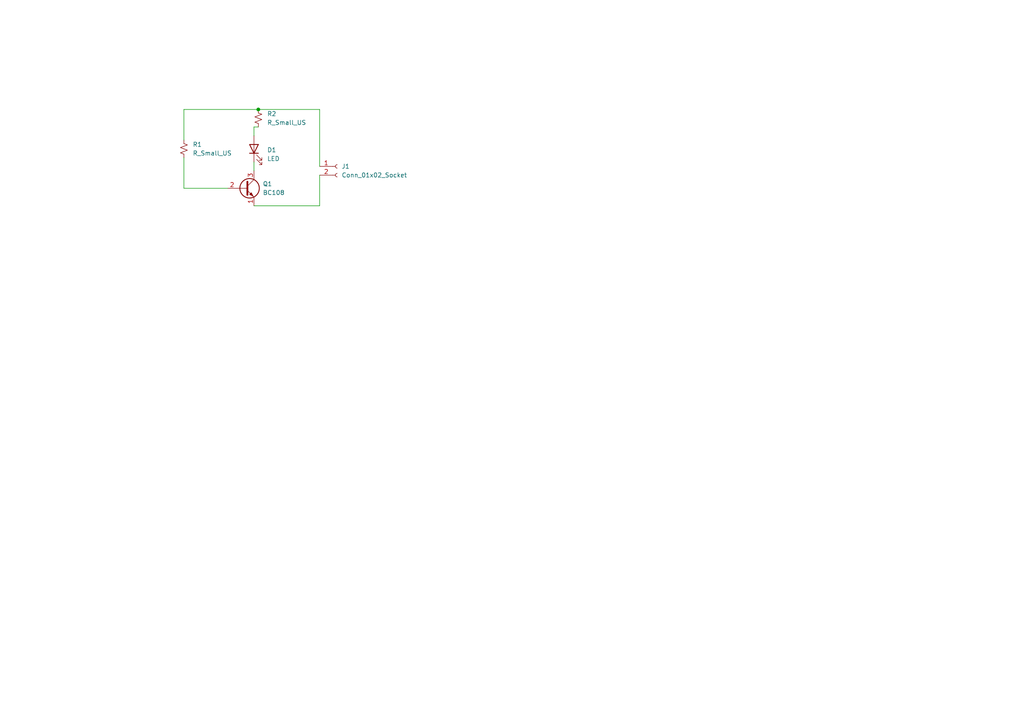
<source format=kicad_sch>
(kicad_sch
	(version 20250114)
	(generator "eeschema")
	(generator_version "9.0")
	(uuid "fbc80dd7-c9a2-4d05-a6b3-3a868802c4a4")
	(paper "A4")
	(lib_symbols
		(symbol "Connector:Conn_01x02_Socket"
			(pin_names
				(offset 1.016)
				(hide yes)
			)
			(exclude_from_sim no)
			(in_bom yes)
			(on_board yes)
			(property "Reference" "J"
				(at 0 2.54 0)
				(effects
					(font
						(size 1.27 1.27)
					)
				)
			)
			(property "Value" "Conn_01x02_Socket"
				(at 0 -5.08 0)
				(effects
					(font
						(size 1.27 1.27)
					)
				)
			)
			(property "Footprint" ""
				(at 0 0 0)
				(effects
					(font
						(size 1.27 1.27)
					)
					(hide yes)
				)
			)
			(property "Datasheet" "~"
				(at 0 0 0)
				(effects
					(font
						(size 1.27 1.27)
					)
					(hide yes)
				)
			)
			(property "Description" "Generic connector, single row, 01x02, script generated"
				(at 0 0 0)
				(effects
					(font
						(size 1.27 1.27)
					)
					(hide yes)
				)
			)
			(property "ki_locked" ""
				(at 0 0 0)
				(effects
					(font
						(size 1.27 1.27)
					)
				)
			)
			(property "ki_keywords" "connector"
				(at 0 0 0)
				(effects
					(font
						(size 1.27 1.27)
					)
					(hide yes)
				)
			)
			(property "ki_fp_filters" "Connector*:*_1x??_*"
				(at 0 0 0)
				(effects
					(font
						(size 1.27 1.27)
					)
					(hide yes)
				)
			)
			(symbol "Conn_01x02_Socket_1_1"
				(polyline
					(pts
						(xy -1.27 0) (xy -0.508 0)
					)
					(stroke
						(width 0.1524)
						(type default)
					)
					(fill
						(type none)
					)
				)
				(polyline
					(pts
						(xy -1.27 -2.54) (xy -0.508 -2.54)
					)
					(stroke
						(width 0.1524)
						(type default)
					)
					(fill
						(type none)
					)
				)
				(arc
					(start 0 -0.508)
					(mid -0.5058 0)
					(end 0 0.508)
					(stroke
						(width 0.1524)
						(type default)
					)
					(fill
						(type none)
					)
				)
				(arc
					(start 0 -3.048)
					(mid -0.5058 -2.54)
					(end 0 -2.032)
					(stroke
						(width 0.1524)
						(type default)
					)
					(fill
						(type none)
					)
				)
				(pin passive line
					(at -5.08 0 0)
					(length 3.81)
					(name "Pin_1"
						(effects
							(font
								(size 1.27 1.27)
							)
						)
					)
					(number "1"
						(effects
							(font
								(size 1.27 1.27)
							)
						)
					)
				)
				(pin passive line
					(at -5.08 -2.54 0)
					(length 3.81)
					(name "Pin_2"
						(effects
							(font
								(size 1.27 1.27)
							)
						)
					)
					(number "2"
						(effects
							(font
								(size 1.27 1.27)
							)
						)
					)
				)
			)
			(embedded_fonts no)
		)
		(symbol "Device:LED"
			(pin_numbers
				(hide yes)
			)
			(pin_names
				(offset 1.016)
				(hide yes)
			)
			(exclude_from_sim no)
			(in_bom yes)
			(on_board yes)
			(property "Reference" "D"
				(at 0 2.54 0)
				(effects
					(font
						(size 1.27 1.27)
					)
				)
			)
			(property "Value" "LED"
				(at 0 -2.54 0)
				(effects
					(font
						(size 1.27 1.27)
					)
				)
			)
			(property "Footprint" ""
				(at 0 0 0)
				(effects
					(font
						(size 1.27 1.27)
					)
					(hide yes)
				)
			)
			(property "Datasheet" "~"
				(at 0 0 0)
				(effects
					(font
						(size 1.27 1.27)
					)
					(hide yes)
				)
			)
			(property "Description" "Light emitting diode"
				(at 0 0 0)
				(effects
					(font
						(size 1.27 1.27)
					)
					(hide yes)
				)
			)
			(property "Sim.Pins" "1=K 2=A"
				(at 0 0 0)
				(effects
					(font
						(size 1.27 1.27)
					)
					(hide yes)
				)
			)
			(property "ki_keywords" "LED diode"
				(at 0 0 0)
				(effects
					(font
						(size 1.27 1.27)
					)
					(hide yes)
				)
			)
			(property "ki_fp_filters" "LED* LED_SMD:* LED_THT:*"
				(at 0 0 0)
				(effects
					(font
						(size 1.27 1.27)
					)
					(hide yes)
				)
			)
			(symbol "LED_0_1"
				(polyline
					(pts
						(xy -3.048 -0.762) (xy -4.572 -2.286) (xy -3.81 -2.286) (xy -4.572 -2.286) (xy -4.572 -1.524)
					)
					(stroke
						(width 0)
						(type default)
					)
					(fill
						(type none)
					)
				)
				(polyline
					(pts
						(xy -1.778 -0.762) (xy -3.302 -2.286) (xy -2.54 -2.286) (xy -3.302 -2.286) (xy -3.302 -1.524)
					)
					(stroke
						(width 0)
						(type default)
					)
					(fill
						(type none)
					)
				)
				(polyline
					(pts
						(xy -1.27 0) (xy 1.27 0)
					)
					(stroke
						(width 0)
						(type default)
					)
					(fill
						(type none)
					)
				)
				(polyline
					(pts
						(xy -1.27 -1.27) (xy -1.27 1.27)
					)
					(stroke
						(width 0.254)
						(type default)
					)
					(fill
						(type none)
					)
				)
				(polyline
					(pts
						(xy 1.27 -1.27) (xy 1.27 1.27) (xy -1.27 0) (xy 1.27 -1.27)
					)
					(stroke
						(width 0.254)
						(type default)
					)
					(fill
						(type none)
					)
				)
			)
			(symbol "LED_1_1"
				(pin passive line
					(at -3.81 0 0)
					(length 2.54)
					(name "K"
						(effects
							(font
								(size 1.27 1.27)
							)
						)
					)
					(number "1"
						(effects
							(font
								(size 1.27 1.27)
							)
						)
					)
				)
				(pin passive line
					(at 3.81 0 180)
					(length 2.54)
					(name "A"
						(effects
							(font
								(size 1.27 1.27)
							)
						)
					)
					(number "2"
						(effects
							(font
								(size 1.27 1.27)
							)
						)
					)
				)
			)
			(embedded_fonts no)
		)
		(symbol "Device:R_Small_US"
			(pin_numbers
				(hide yes)
			)
			(pin_names
				(offset 0.254)
				(hide yes)
			)
			(exclude_from_sim no)
			(in_bom yes)
			(on_board yes)
			(property "Reference" "R"
				(at 0.762 0.508 0)
				(effects
					(font
						(size 1.27 1.27)
					)
					(justify left)
				)
			)
			(property "Value" "R_Small_US"
				(at 0.762 -1.016 0)
				(effects
					(font
						(size 1.27 1.27)
					)
					(justify left)
				)
			)
			(property "Footprint" ""
				(at 0 0 0)
				(effects
					(font
						(size 1.27 1.27)
					)
					(hide yes)
				)
			)
			(property "Datasheet" "~"
				(at 0 0 0)
				(effects
					(font
						(size 1.27 1.27)
					)
					(hide yes)
				)
			)
			(property "Description" "Resistor, small US symbol"
				(at 0 0 0)
				(effects
					(font
						(size 1.27 1.27)
					)
					(hide yes)
				)
			)
			(property "ki_keywords" "r resistor"
				(at 0 0 0)
				(effects
					(font
						(size 1.27 1.27)
					)
					(hide yes)
				)
			)
			(property "ki_fp_filters" "R_*"
				(at 0 0 0)
				(effects
					(font
						(size 1.27 1.27)
					)
					(hide yes)
				)
			)
			(symbol "R_Small_US_1_1"
				(polyline
					(pts
						(xy 0 1.524) (xy 1.016 1.143) (xy 0 0.762) (xy -1.016 0.381) (xy 0 0)
					)
					(stroke
						(width 0)
						(type default)
					)
					(fill
						(type none)
					)
				)
				(polyline
					(pts
						(xy 0 0) (xy 1.016 -0.381) (xy 0 -0.762) (xy -1.016 -1.143) (xy 0 -1.524)
					)
					(stroke
						(width 0)
						(type default)
					)
					(fill
						(type none)
					)
				)
				(pin passive line
					(at 0 2.54 270)
					(length 1.016)
					(name "~"
						(effects
							(font
								(size 1.27 1.27)
							)
						)
					)
					(number "1"
						(effects
							(font
								(size 1.27 1.27)
							)
						)
					)
				)
				(pin passive line
					(at 0 -2.54 90)
					(length 1.016)
					(name "~"
						(effects
							(font
								(size 1.27 1.27)
							)
						)
					)
					(number "2"
						(effects
							(font
								(size 1.27 1.27)
							)
						)
					)
				)
			)
			(embedded_fonts no)
		)
		(symbol "Transistor_BJT:BC108"
			(pin_names
				(offset 0)
				(hide yes)
			)
			(exclude_from_sim no)
			(in_bom yes)
			(on_board yes)
			(property "Reference" "Q"
				(at 5.08 1.905 0)
				(effects
					(font
						(size 1.27 1.27)
					)
					(justify left)
				)
			)
			(property "Value" "BC108"
				(at 5.08 0 0)
				(effects
					(font
						(size 1.27 1.27)
					)
					(justify left)
				)
			)
			(property "Footprint" "Package_TO_SOT_THT:TO-18-3"
				(at 5.08 -1.905 0)
				(effects
					(font
						(size 1.27 1.27)
						(italic yes)
					)
					(justify left)
					(hide yes)
				)
			)
			(property "Datasheet" "http://www.b-kainka.de/Daten/Transistor/BC108.pdf"
				(at 0 0 0)
				(effects
					(font
						(size 1.27 1.27)
					)
					(justify left)
					(hide yes)
				)
			)
			(property "Description" "0.1A Ic, 30V Vce, Low Noise General Purpose NPN Transistor, TO-18"
				(at 0 0 0)
				(effects
					(font
						(size 1.27 1.27)
					)
					(hide yes)
				)
			)
			(property "ki_keywords" "NPN low noise transistor"
				(at 0 0 0)
				(effects
					(font
						(size 1.27 1.27)
					)
					(hide yes)
				)
			)
			(property "ki_fp_filters" "TO?18*"
				(at 0 0 0)
				(effects
					(font
						(size 1.27 1.27)
					)
					(hide yes)
				)
			)
			(symbol "BC108_0_1"
				(polyline
					(pts
						(xy -2.54 0) (xy 0.635 0)
					)
					(stroke
						(width 0)
						(type default)
					)
					(fill
						(type none)
					)
				)
				(polyline
					(pts
						(xy 0.635 1.905) (xy 0.635 -1.905)
					)
					(stroke
						(width 0.508)
						(type default)
					)
					(fill
						(type none)
					)
				)
				(circle
					(center 1.27 0)
					(radius 2.8194)
					(stroke
						(width 0.254)
						(type default)
					)
					(fill
						(type none)
					)
				)
			)
			(symbol "BC108_1_1"
				(polyline
					(pts
						(xy 0.635 0.635) (xy 2.54 2.54)
					)
					(stroke
						(width 0)
						(type default)
					)
					(fill
						(type none)
					)
				)
				(polyline
					(pts
						(xy 0.635 -0.635) (xy 2.54 -2.54)
					)
					(stroke
						(width 0)
						(type default)
					)
					(fill
						(type none)
					)
				)
				(polyline
					(pts
						(xy 1.27 -1.778) (xy 1.778 -1.27) (xy 2.286 -2.286) (xy 1.27 -1.778)
					)
					(stroke
						(width 0)
						(type default)
					)
					(fill
						(type outline)
					)
				)
				(pin input line
					(at -5.08 0 0)
					(length 2.54)
					(name "B"
						(effects
							(font
								(size 1.27 1.27)
							)
						)
					)
					(number "2"
						(effects
							(font
								(size 1.27 1.27)
							)
						)
					)
				)
				(pin passive line
					(at 2.54 5.08 270)
					(length 2.54)
					(name "C"
						(effects
							(font
								(size 1.27 1.27)
							)
						)
					)
					(number "3"
						(effects
							(font
								(size 1.27 1.27)
							)
						)
					)
				)
				(pin passive line
					(at 2.54 -5.08 90)
					(length 2.54)
					(name "E"
						(effects
							(font
								(size 1.27 1.27)
							)
						)
					)
					(number "1"
						(effects
							(font
								(size 1.27 1.27)
							)
						)
					)
				)
			)
			(embedded_fonts no)
		)
	)
	(junction
		(at 74.93 31.75)
		(diameter 0)
		(color 0 0 0 0)
		(uuid "fab7f97f-acfb-489a-bc02-8963ecb8d40e")
	)
	(wire
		(pts
			(xy 73.66 36.83) (xy 73.66 39.37)
		)
		(stroke
			(width 0)
			(type default)
		)
		(uuid "1ba381ce-8bb2-4478-b06c-1affd043a185")
	)
	(wire
		(pts
			(xy 92.71 31.75) (xy 92.71 48.26)
		)
		(stroke
			(width 0)
			(type default)
		)
		(uuid "28af1c0f-285e-4786-89a9-f3a1e405f12a")
	)
	(wire
		(pts
			(xy 74.93 31.75) (xy 92.71 31.75)
		)
		(stroke
			(width 0)
			(type default)
		)
		(uuid "29631360-1ffc-402f-8038-966f5c57487f")
	)
	(wire
		(pts
			(xy 66.04 54.61) (xy 53.34 54.61)
		)
		(stroke
			(width 0)
			(type default)
		)
		(uuid "29d5ee43-e81f-427e-9219-018bcfee5536")
	)
	(wire
		(pts
			(xy 53.34 31.75) (xy 74.93 31.75)
		)
		(stroke
			(width 0)
			(type default)
		)
		(uuid "420d89e6-710f-4809-ae79-2d3ae3c75021")
	)
	(wire
		(pts
			(xy 53.34 40.64) (xy 53.34 31.75)
		)
		(stroke
			(width 0)
			(type default)
		)
		(uuid "4e16368d-1b67-4475-88f6-70f5939d7dc9")
	)
	(wire
		(pts
			(xy 74.93 36.83) (xy 73.66 36.83)
		)
		(stroke
			(width 0)
			(type default)
		)
		(uuid "8e51ca72-1405-43a2-96da-13ba98a4d60d")
	)
	(wire
		(pts
			(xy 92.71 50.8) (xy 92.71 59.69)
		)
		(stroke
			(width 0)
			(type default)
		)
		(uuid "9ce4b549-b1d0-441b-adb6-d1af68e20cc0")
	)
	(wire
		(pts
			(xy 92.71 59.69) (xy 73.66 59.69)
		)
		(stroke
			(width 0)
			(type default)
		)
		(uuid "c73711a8-fb7d-4798-a71c-a9a85bf9b9f6")
	)
	(wire
		(pts
			(xy 53.34 54.61) (xy 53.34 45.72)
		)
		(stroke
			(width 0)
			(type default)
		)
		(uuid "ef505cf0-b521-4cba-8b38-d40dd0eabc82")
	)
	(wire
		(pts
			(xy 73.66 46.99) (xy 73.66 49.53)
		)
		(stroke
			(width 0)
			(type default)
		)
		(uuid "f3b77df9-864b-4fa4-abf2-326d4c6261e8")
	)
	(symbol
		(lib_id "Device:LED")
		(at 73.66 43.18 90)
		(unit 1)
		(exclude_from_sim no)
		(in_bom yes)
		(on_board yes)
		(dnp no)
		(fields_autoplaced yes)
		(uuid "0f4ee4d8-1f9f-494c-924c-2130756f0969")
		(property "Reference" "D1"
			(at 77.47 43.4974 90)
			(effects
				(font
					(size 1.27 1.27)
				)
				(justify right)
			)
		)
		(property "Value" "LED"
			(at 77.47 46.0374 90)
			(effects
				(font
					(size 1.27 1.27)
				)
				(justify right)
			)
		)
		(property "Footprint" "LED_THT:LED_D5.0mm"
			(at 73.66 43.18 0)
			(effects
				(font
					(size 1.27 1.27)
				)
				(hide yes)
			)
		)
		(property "Datasheet" "~"
			(at 73.66 43.18 0)
			(effects
				(font
					(size 1.27 1.27)
				)
				(hide yes)
			)
		)
		(property "Description" "Light emitting diode"
			(at 73.66 43.18 0)
			(effects
				(font
					(size 1.27 1.27)
				)
				(hide yes)
			)
		)
		(property "Sim.Pins" "1=K 2=A"
			(at 73.66 43.18 0)
			(effects
				(font
					(size 1.27 1.27)
				)
				(hide yes)
			)
		)
		(pin "2"
			(uuid "aab16777-522a-4d1c-92eb-8056872c18c9")
		)
		(pin "1"
			(uuid "a1c75bcc-68ee-44c7-9dae-fa3a32ebb945")
		)
		(instances
			(project ""
				(path "/fbc80dd7-c9a2-4d05-a6b3-3a868802c4a4"
					(reference "D1")
					(unit 1)
				)
			)
		)
	)
	(symbol
		(lib_id "Device:R_Small_US")
		(at 53.34 43.18 0)
		(unit 1)
		(exclude_from_sim no)
		(in_bom yes)
		(on_board yes)
		(dnp no)
		(fields_autoplaced yes)
		(uuid "1d21eb48-6f80-4cff-a0f6-c60b6e9288f9")
		(property "Reference" "R1"
			(at 55.88 41.9099 0)
			(effects
				(font
					(size 1.27 1.27)
				)
				(justify left)
			)
		)
		(property "Value" "R_Small_US"
			(at 55.88 44.4499 0)
			(effects
				(font
					(size 1.27 1.27)
				)
				(justify left)
			)
		)
		(property "Footprint" "Resistor_THT:R_Axial_DIN0207_L6.3mm_D2.5mm_P10.16mm_Horizontal"
			(at 53.34 43.18 0)
			(effects
				(font
					(size 1.27 1.27)
				)
				(hide yes)
			)
		)
		(property "Datasheet" "~"
			(at 53.34 43.18 0)
			(effects
				(font
					(size 1.27 1.27)
				)
				(hide yes)
			)
		)
		(property "Description" "Resistor, small US symbol"
			(at 53.34 43.18 0)
			(effects
				(font
					(size 1.27 1.27)
				)
				(hide yes)
			)
		)
		(pin "1"
			(uuid "fd9c3eed-905f-47ab-b4de-a82985c9613e")
		)
		(pin "2"
			(uuid "ef564f01-a27e-4e50-99ac-7931000d22d2")
		)
		(instances
			(project ""
				(path "/fbc80dd7-c9a2-4d05-a6b3-3a868802c4a4"
					(reference "R1")
					(unit 1)
				)
			)
		)
	)
	(symbol
		(lib_id "Connector:Conn_01x02_Socket")
		(at 97.79 48.26 0)
		(unit 1)
		(exclude_from_sim no)
		(in_bom yes)
		(on_board yes)
		(dnp no)
		(fields_autoplaced yes)
		(uuid "b1997356-012a-42e3-8433-e69eea03a0f0")
		(property "Reference" "J1"
			(at 99.06 48.2599 0)
			(effects
				(font
					(size 1.27 1.27)
				)
				(justify left)
			)
		)
		(property "Value" "Conn_01x02_Socket"
			(at 99.06 50.7999 0)
			(effects
				(font
					(size 1.27 1.27)
				)
				(justify left)
			)
		)
		(property "Footprint" "Connector_PinHeader_1.00mm:PinHeader_1x02_P1.00mm_Vertical"
			(at 97.79 48.26 0)
			(effects
				(font
					(size 1.27 1.27)
				)
				(hide yes)
			)
		)
		(property "Datasheet" "~"
			(at 97.79 48.26 0)
			(effects
				(font
					(size 1.27 1.27)
				)
				(hide yes)
			)
		)
		(property "Description" "Generic connector, single row, 01x02, script generated"
			(at 97.79 48.26 0)
			(effects
				(font
					(size 1.27 1.27)
				)
				(hide yes)
			)
		)
		(pin "2"
			(uuid "6daa2f88-fe6c-4903-b27b-3a49eb7cfbda")
		)
		(pin "1"
			(uuid "c23f13b7-4f4c-49a0-8a01-e27329fc04e2")
		)
		(instances
			(project ""
				(path "/fbc80dd7-c9a2-4d05-a6b3-3a868802c4a4"
					(reference "J1")
					(unit 1)
				)
			)
		)
	)
	(symbol
		(lib_id "Transistor_BJT:BC108")
		(at 71.12 54.61 0)
		(unit 1)
		(exclude_from_sim no)
		(in_bom yes)
		(on_board yes)
		(dnp no)
		(fields_autoplaced yes)
		(uuid "b86e486d-90a1-4029-b472-03ed339e6fc7")
		(property "Reference" "Q1"
			(at 76.2 53.3399 0)
			(effects
				(font
					(size 1.27 1.27)
				)
				(justify left)
			)
		)
		(property "Value" "BC108"
			(at 76.2 55.8799 0)
			(effects
				(font
					(size 1.27 1.27)
				)
				(justify left)
			)
		)
		(property "Footprint" "Package_TO_SOT_THT:TO-18-3"
			(at 76.2 56.515 0)
			(effects
				(font
					(size 1.27 1.27)
					(italic yes)
				)
				(justify left)
				(hide yes)
			)
		)
		(property "Datasheet" "http://www.b-kainka.de/Daten/Transistor/BC108.pdf"
			(at 71.12 54.61 0)
			(effects
				(font
					(size 1.27 1.27)
				)
				(justify left)
				(hide yes)
			)
		)
		(property "Description" "0.1A Ic, 30V Vce, Low Noise General Purpose NPN Transistor, TO-18"
			(at 71.12 54.61 0)
			(effects
				(font
					(size 1.27 1.27)
				)
				(hide yes)
			)
		)
		(pin "2"
			(uuid "57a39cea-aa66-4748-b572-ec5264703fb3")
		)
		(pin "3"
			(uuid "fa786826-a9ab-44e8-b8c6-c22acb19e7f9")
		)
		(pin "1"
			(uuid "4278eb3b-6a87-4932-9201-b59622b05015")
		)
		(instances
			(project ""
				(path "/fbc80dd7-c9a2-4d05-a6b3-3a868802c4a4"
					(reference "Q1")
					(unit 1)
				)
			)
		)
	)
	(symbol
		(lib_id "Device:R_Small_US")
		(at 74.93 34.29 0)
		(unit 1)
		(exclude_from_sim no)
		(in_bom yes)
		(on_board yes)
		(dnp no)
		(fields_autoplaced yes)
		(uuid "f4bfe6f6-6ed7-4d07-a894-b1bb33861b7c")
		(property "Reference" "R2"
			(at 77.47 33.0199 0)
			(effects
				(font
					(size 1.27 1.27)
				)
				(justify left)
			)
		)
		(property "Value" "R_Small_US"
			(at 77.47 35.5599 0)
			(effects
				(font
					(size 1.27 1.27)
				)
				(justify left)
			)
		)
		(property "Footprint" "Resistor_THT:R_Axial_DIN0207_L6.3mm_D2.5mm_P10.16mm_Horizontal"
			(at 74.93 34.29 0)
			(effects
				(font
					(size 1.27 1.27)
				)
				(hide yes)
			)
		)
		(property "Datasheet" "~"
			(at 74.93 34.29 0)
			(effects
				(font
					(size 1.27 1.27)
				)
				(hide yes)
			)
		)
		(property "Description" "Resistor, small US symbol"
			(at 74.93 34.29 0)
			(effects
				(font
					(size 1.27 1.27)
				)
				(hide yes)
			)
		)
		(pin "1"
			(uuid "5cd69fd5-41fc-4461-8d83-180d160adcef")
		)
		(pin "2"
			(uuid "10ecbd73-1d50-4e94-aef1-933d824643e8")
		)
		(instances
			(project ""
				(path "/fbc80dd7-c9a2-4d05-a6b3-3a868802c4a4"
					(reference "R2")
					(unit 1)
				)
			)
		)
	)
	(sheet_instances
		(path "/"
			(page "1")
		)
	)
	(embedded_fonts no)
)

</source>
